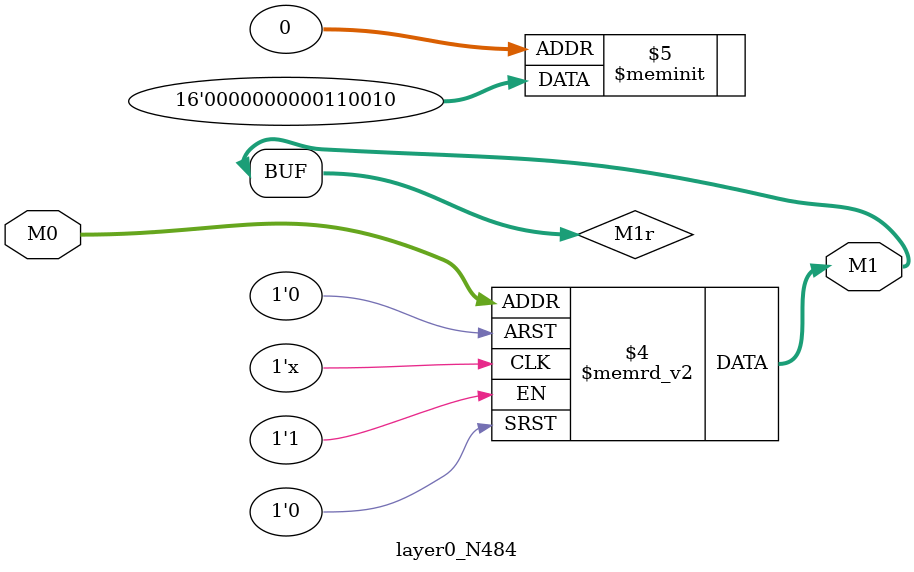
<source format=v>
module layer0_N484 ( input [2:0] M0, output [1:0] M1 );

	(*rom_style = "distributed" *) reg [1:0] M1r;
	assign M1 = M1r;
	always @ (M0) begin
		case (M0)
			3'b000: M1r = 2'b10;
			3'b100: M1r = 2'b00;
			3'b010: M1r = 2'b11;
			3'b110: M1r = 2'b00;
			3'b001: M1r = 2'b00;
			3'b101: M1r = 2'b00;
			3'b011: M1r = 2'b00;
			3'b111: M1r = 2'b00;

		endcase
	end
endmodule

</source>
